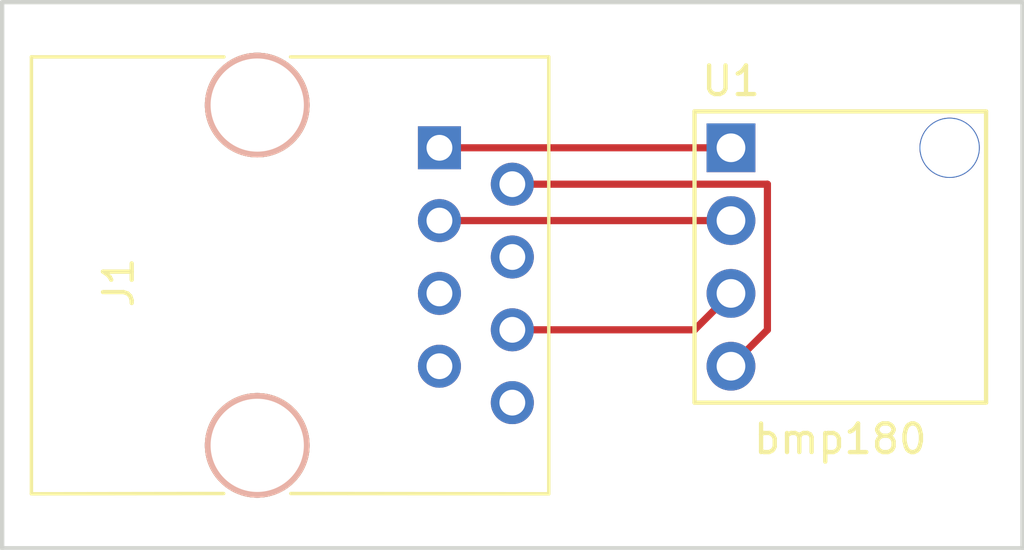
<source format=kicad_pcb>
(kicad_pcb (version 4) (host pcbnew 4.0.6)

  (general
    (links 4)
    (no_connects 0)
    (area 134.544999 87.554999 188.035001 111.835001)
    (thickness 1.6)
    (drawings 4)
    (tracks 7)
    (zones 0)
    (modules 2)
    (nets 9)
  )

  (page A4)
  (title_block
    (title pod_health_pressure_sensor_board)
  )

  (layers
    (0 F.Cu signal)
    (31 B.Cu signal)
    (32 B.Adhes user)
    (33 F.Adhes user)
    (34 B.Paste user)
    (35 F.Paste user)
    (36 B.SilkS user)
    (37 F.SilkS user)
    (38 B.Mask user)
    (39 F.Mask user)
    (40 Dwgs.User user)
    (41 Cmts.User user)
    (42 Eco1.User user)
    (43 Eco2.User user)
    (44 Edge.Cuts user)
    (45 Margin user)
    (46 B.CrtYd user)
    (47 F.CrtYd user)
    (48 B.Fab user)
    (49 F.Fab user)
  )

  (setup
    (last_trace_width 0.25)
    (trace_clearance 0.2)
    (zone_clearance 0.508)
    (zone_45_only no)
    (trace_min 0.2)
    (segment_width 0.2)
    (edge_width 0.15)
    (via_size 0.6)
    (via_drill 0.4)
    (via_min_size 0.4)
    (via_min_drill 0.3)
    (uvia_size 0.3)
    (uvia_drill 0.1)
    (uvias_allowed no)
    (uvia_min_size 0.2)
    (uvia_min_drill 0.1)
    (pcb_text_width 0.3)
    (pcb_text_size 1.5 1.5)
    (mod_edge_width 0.15)
    (mod_text_size 1 1)
    (mod_text_width 0.15)
    (pad_size 1.524 1.524)
    (pad_drill 0.762)
    (pad_to_mask_clearance 0.2)
    (aux_axis_origin 0 0)
    (visible_elements 7FFFFFFF)
    (pcbplotparams
      (layerselection 0x00030_80000001)
      (usegerberextensions false)
      (excludeedgelayer true)
      (linewidth 0.100000)
      (plotframeref false)
      (viasonmask false)
      (mode 1)
      (useauxorigin false)
      (hpglpennumber 1)
      (hpglpenspeed 20)
      (hpglpendiameter 15)
      (hpglpenoverlay 2)
      (psnegative false)
      (psa4output false)
      (plotreference true)
      (plotvalue true)
      (plotinvisibletext false)
      (padsonsilk false)
      (subtractmaskfromsilk false)
      (outputformat 1)
      (mirror false)
      (drillshape 1)
      (scaleselection 1)
      (outputdirectory ""))
  )

  (net 0 "")
  (net 1 "Net-(J1-Pad1)")
  (net 2 "Net-(J1-Pad2)")
  (net 3 "Net-(J1-Pad3)")
  (net 4 "Net-(J1-Pad4)")
  (net 5 "Net-(J1-Pad5)")
  (net 6 "Net-(J1-Pad6)")
  (net 7 "Net-(J1-Pad7)")
  (net 8 "Net-(J1-Pad8)")

  (net_class Default "This is the default net class."
    (clearance 0.2)
    (trace_width 0.25)
    (via_dia 0.6)
    (via_drill 0.4)
    (uvia_dia 0.3)
    (uvia_drill 0.1)
    (add_net "Net-(J1-Pad1)")
    (add_net "Net-(J1-Pad2)")
    (add_net "Net-(J1-Pad3)")
    (add_net "Net-(J1-Pad4)")
    (add_net "Net-(J1-Pad5)")
    (add_net "Net-(J1-Pad6)")
    (add_net "Net-(J1-Pad7)")
    (add_net "Net-(J1-Pad8)")
  )

  (module Connectors:RJ45_8 (layer F.Cu) (tedit 0) (tstamp 58ED5958)
    (at 167.64 95.25 270)
    (tags RJ45)
    (path /58D71404)
    (fp_text reference J1 (at 4.7 11.18 270) (layer F.SilkS)
      (effects (font (size 1 1) (thickness 0.15)))
    )
    (fp_text value RJ45 (at 4.59 6.25 270) (layer F.Fab)
      (effects (font (size 1 1) (thickness 0.15)))
    )
    (fp_line (start -3.17 14.22) (end 12.07 14.22) (layer F.SilkS) (width 0.12))
    (fp_line (start 12.07 -3.81) (end 12.06 5.18) (layer F.SilkS) (width 0.12))
    (fp_line (start 12.07 -3.81) (end -3.17 -3.81) (layer F.SilkS) (width 0.12))
    (fp_line (start -3.17 -3.81) (end -3.17 5.19) (layer F.SilkS) (width 0.12))
    (fp_line (start 12.06 7.52) (end 12.07 14.22) (layer F.SilkS) (width 0.12))
    (fp_line (start -3.17 7.51) (end -3.17 14.22) (layer F.SilkS) (width 0.12))
    (fp_line (start -3.56 -4.06) (end 12.46 -4.06) (layer F.CrtYd) (width 0.05))
    (fp_line (start -3.56 -4.06) (end -3.56 14.47) (layer F.CrtYd) (width 0.05))
    (fp_line (start 12.46 14.47) (end 12.46 -4.06) (layer F.CrtYd) (width 0.05))
    (fp_line (start 12.46 14.47) (end -3.56 14.47) (layer F.CrtYd) (width 0.05))
    (pad Hole np_thru_hole circle (at 10.38 6.35 270) (size 3.65 3.65) (drill 3.25) (layers *.Cu *.SilkS *.Mask))
    (pad Hole np_thru_hole circle (at -1.49 6.35 270) (size 3.65 3.65) (drill 3.25) (layers *.Cu *.SilkS *.Mask))
    (pad 1 thru_hole rect (at 0 0 270) (size 1.5 1.5) (drill 0.9) (layers *.Cu *.Mask)
      (net 1 "Net-(J1-Pad1)"))
    (pad 2 thru_hole circle (at 1.27 -2.54 270) (size 1.5 1.5) (drill 0.9) (layers *.Cu *.Mask)
      (net 2 "Net-(J1-Pad2)"))
    (pad 3 thru_hole circle (at 2.54 0 270) (size 1.5 1.5) (drill 0.9) (layers *.Cu *.Mask)
      (net 3 "Net-(J1-Pad3)"))
    (pad 4 thru_hole circle (at 3.81 -2.54 270) (size 1.5 1.5) (drill 0.9) (layers *.Cu *.Mask)
      (net 4 "Net-(J1-Pad4)"))
    (pad 5 thru_hole circle (at 5.08 0 270) (size 1.5 1.5) (drill 0.9) (layers *.Cu *.Mask)
      (net 5 "Net-(J1-Pad5)"))
    (pad 6 thru_hole circle (at 6.35 -2.54 270) (size 1.5 1.5) (drill 0.9) (layers *.Cu *.Mask)
      (net 6 "Net-(J1-Pad6)"))
    (pad 7 thru_hole circle (at 7.62 0 270) (size 1.5 1.5) (drill 0.9) (layers *.Cu *.Mask)
      (net 7 "Net-(J1-Pad7)"))
    (pad 8 thru_hole circle (at 8.89 -2.54 270) (size 1.5 1.5) (drill 0.9) (layers *.Cu *.Mask)
      (net 8 "Net-(J1-Pad8)"))
    (model Connectors.3dshapes/RJ45_8.wrl
      (at (xyz 0.18 -0.25 0))
      (scale (xyz 0.4 0.4 0.4))
      (rotate (xyz 0 0 0))
    )
  )

  (module bmp180_footprints:bmp180 (layer F.Cu) (tedit 58E45F1B) (tstamp 58ED5961)
    (at 177.8 95.25)
    (descr "Through hole straight socket strip, 1x04, 2.54mm pitch, single row")
    (tags "Through hole socket strip THT 1x04 2.54mm single row")
    (path /58ED5750)
    (fp_text reference U1 (at 0 -2.33) (layer F.SilkS)
      (effects (font (size 1 1) (thickness 0.15)))
    )
    (fp_text value bmp180 (at 3.81 10.16) (layer F.SilkS)
      (effects (font (size 1 1) (thickness 0.15)))
    )
    (fp_line (start -1.27 -1.27) (end -1.27 8.89) (layer F.SilkS) (width 0.15))
    (fp_line (start -1.27 8.89) (end 8.89 8.89) (layer F.SilkS) (width 0.15))
    (fp_line (start 8.89 -1.27) (end 8.89 8.89) (layer F.SilkS) (width 0.15))
    (fp_line (start -1.27 -1.27) (end 8.89 -1.27) (layer F.SilkS) (width 0.15))
    (fp_line (start -1.27 -1.27) (end -1.27 8.89) (layer F.Fab) (width 0.1))
    (fp_line (start -1.27 8.89) (end 1.27 8.89) (layer F.Fab) (width 0.1))
    (fp_line (start 1.27 8.89) (end 1.27 -1.27) (layer F.Fab) (width 0.1))
    (fp_line (start 1.27 -1.27) (end -1.27 -1.27) (layer F.Fab) (width 0.1))
    (fp_text user %R (at 0 -2.33) (layer F.Fab)
      (effects (font (size 1 1) (thickness 0.15)))
    )
    (pad 1 thru_hole rect (at 0 0) (size 1.7 1.7) (drill 1) (layers *.Cu *.Mask)
      (net 1 "Net-(J1-Pad1)"))
    (pad 2 thru_hole oval (at 0 2.54) (size 1.7 1.7) (drill 1) (layers *.Cu *.Mask)
      (net 3 "Net-(J1-Pad3)"))
    (pad 3 thru_hole oval (at 0 5.08) (size 1.7 1.7) (drill 1) (layers *.Cu *.Mask)
      (net 6 "Net-(J1-Pad6)"))
    (pad 4 thru_hole oval (at 0 7.62) (size 1.7 1.7) (drill 1) (layers *.Cu *.Mask)
      (net 2 "Net-(J1-Pad2)"))
    (pad "" np_thru_hole circle (at 7.62 0) (size 2.1 2.1) (drill 2.032) (layers *.Cu))
    (model ${KISYS3DMOD}/Socket_Strips.3dshapes/Socket_Strip_Straight_1x04_Pitch2.54mm.wrl
      (at (xyz 0 -0.15 0))
      (scale (xyz 1 1 1))
      (rotate (xyz 0 0 270))
    )
  )

  (gr_line (start 187.96 90.17) (end 152.4 90.17) (angle 90) (layer Edge.Cuts) (width 0.15))
  (gr_line (start 187.96 109.22) (end 187.96 90.17) (angle 90) (layer Edge.Cuts) (width 0.15))
  (gr_line (start 152.4 109.22) (end 187.96 109.22) (angle 90) (layer Edge.Cuts) (width 0.15))
  (gr_line (start 152.4 90.17) (end 152.4 109.22) (angle 90) (layer Edge.Cuts) (width 0.15))

  (segment (start 167.64 95.25) (end 177.8 95.25) (width 0.25) (layer F.Cu) (net 1) (status C00000))
  (segment (start 170.18 96.52) (end 179.07 96.52) (width 0.25) (layer F.Cu) (net 2) (status 400000))
  (segment (start 179.07 101.6) (end 177.8 102.87) (width 0.25) (layer F.Cu) (net 2) (tstamp 58ED59A6) (status 800000))
  (segment (start 179.07 96.52) (end 179.07 101.6) (width 0.25) (layer F.Cu) (net 2) (tstamp 58ED59A5))
  (segment (start 167.64 97.79) (end 177.8 97.79) (width 0.25) (layer F.Cu) (net 3) (status C00000))
  (segment (start 170.18 101.6) (end 176.53 101.6) (width 0.25) (layer F.Cu) (net 6) (status 400000))
  (segment (start 176.53 101.6) (end 177.8 100.33) (width 0.25) (layer F.Cu) (net 6) (tstamp 58ED59A9) (status 800000))

)

</source>
